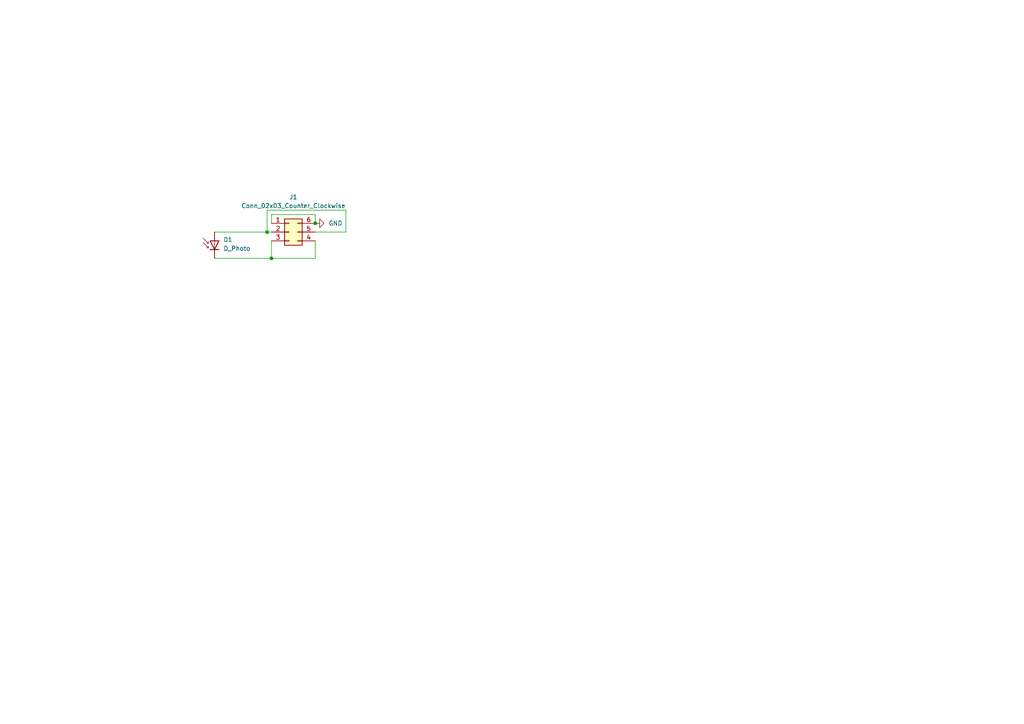
<source format=kicad_sch>
(kicad_sch (version 20230121) (generator eeschema)

  (uuid 4c8677fa-e18a-4aff-82a4-83e0de866429)

  (paper "A4")

  (lib_symbols
    (symbol "Connector_Generic:Conn_02x03_Counter_Clockwise" (pin_names (offset 1.016) hide) (in_bom yes) (on_board yes)
      (property "Reference" "J" (at 1.27 5.08 0)
        (effects (font (size 1.27 1.27)))
      )
      (property "Value" "Conn_02x03_Counter_Clockwise" (at 1.27 -5.08 0)
        (effects (font (size 1.27 1.27)))
      )
      (property "Footprint" "" (at 0 0 0)
        (effects (font (size 1.27 1.27)) hide)
      )
      (property "Datasheet" "~" (at 0 0 0)
        (effects (font (size 1.27 1.27)) hide)
      )
      (property "ki_keywords" "connector" (at 0 0 0)
        (effects (font (size 1.27 1.27)) hide)
      )
      (property "ki_description" "Generic connector, double row, 02x03, counter clockwise pin numbering scheme (similar to DIP package numbering), script generated (kicad-library-utils/schlib/autogen/connector/)" (at 0 0 0)
        (effects (font (size 1.27 1.27)) hide)
      )
      (property "ki_fp_filters" "Connector*:*_2x??_*" (at 0 0 0)
        (effects (font (size 1.27 1.27)) hide)
      )
      (symbol "Conn_02x03_Counter_Clockwise_1_1"
        (rectangle (start -1.27 -2.413) (end 0 -2.667)
          (stroke (width 0.1524) (type default))
          (fill (type none))
        )
        (rectangle (start -1.27 0.127) (end 0 -0.127)
          (stroke (width 0.1524) (type default))
          (fill (type none))
        )
        (rectangle (start -1.27 2.667) (end 0 2.413)
          (stroke (width 0.1524) (type default))
          (fill (type none))
        )
        (rectangle (start -1.27 3.81) (end 3.81 -3.81)
          (stroke (width 0.254) (type default))
          (fill (type background))
        )
        (rectangle (start 3.81 -2.413) (end 2.54 -2.667)
          (stroke (width 0.1524) (type default))
          (fill (type none))
        )
        (rectangle (start 3.81 0.127) (end 2.54 -0.127)
          (stroke (width 0.1524) (type default))
          (fill (type none))
        )
        (rectangle (start 3.81 2.667) (end 2.54 2.413)
          (stroke (width 0.1524) (type default))
          (fill (type none))
        )
        (pin passive line (at -5.08 2.54 0) (length 3.81)
          (name "Pin_1" (effects (font (size 1.27 1.27))))
          (number "1" (effects (font (size 1.27 1.27))))
        )
        (pin passive line (at -5.08 0 0) (length 3.81)
          (name "Pin_2" (effects (font (size 1.27 1.27))))
          (number "2" (effects (font (size 1.27 1.27))))
        )
        (pin passive line (at -5.08 -2.54 0) (length 3.81)
          (name "Pin_3" (effects (font (size 1.27 1.27))))
          (number "3" (effects (font (size 1.27 1.27))))
        )
        (pin passive line (at 7.62 -2.54 180) (length 3.81)
          (name "Pin_4" (effects (font (size 1.27 1.27))))
          (number "4" (effects (font (size 1.27 1.27))))
        )
        (pin passive line (at 7.62 0 180) (length 3.81)
          (name "Pin_5" (effects (font (size 1.27 1.27))))
          (number "5" (effects (font (size 1.27 1.27))))
        )
        (pin passive line (at 7.62 2.54 180) (length 3.81)
          (name "Pin_6" (effects (font (size 1.27 1.27))))
          (number "6" (effects (font (size 1.27 1.27))))
        )
      )
    )
    (symbol "Device:D_Photo" (pin_numbers hide) (pin_names hide) (in_bom yes) (on_board yes)
      (property "Reference" "D" (at 0.508 1.778 0)
        (effects (font (size 1.27 1.27)) (justify left))
      )
      (property "Value" "D_Photo" (at -1.016 -2.794 0)
        (effects (font (size 1.27 1.27)))
      )
      (property "Footprint" "" (at -1.27 0 0)
        (effects (font (size 1.27 1.27)) hide)
      )
      (property "Datasheet" "~" (at -1.27 0 0)
        (effects (font (size 1.27 1.27)) hide)
      )
      (property "ki_keywords" "photodiode diode opto" (at 0 0 0)
        (effects (font (size 1.27 1.27)) hide)
      )
      (property "ki_description" "Photodiode" (at 0 0 0)
        (effects (font (size 1.27 1.27)) hide)
      )
      (symbol "D_Photo_0_1"
        (polyline
          (pts
            (xy -2.54 1.27)
            (xy -2.54 -1.27)
          )
          (stroke (width 0.254) (type default))
          (fill (type none))
        )
        (polyline
          (pts
            (xy -2.032 1.778)
            (xy -1.524 1.778)
          )
          (stroke (width 0) (type default))
          (fill (type none))
        )
        (polyline
          (pts
            (xy 0 0)
            (xy -2.54 0)
          )
          (stroke (width 0) (type default))
          (fill (type none))
        )
        (polyline
          (pts
            (xy -0.508 3.302)
            (xy -2.032 1.778)
            (xy -2.032 2.286)
          )
          (stroke (width 0) (type default))
          (fill (type none))
        )
        (polyline
          (pts
            (xy 0 -1.27)
            (xy 0 1.27)
            (xy -2.54 0)
            (xy 0 -1.27)
          )
          (stroke (width 0.254) (type default))
          (fill (type none))
        )
        (polyline
          (pts
            (xy 0.762 3.302)
            (xy -0.762 1.778)
            (xy -0.762 2.286)
            (xy -0.762 1.778)
            (xy -0.254 1.778)
          )
          (stroke (width 0) (type default))
          (fill (type none))
        )
      )
      (symbol "D_Photo_1_1"
        (pin passive line (at -5.08 0 0) (length 2.54)
          (name "K" (effects (font (size 1.27 1.27))))
          (number "1" (effects (font (size 1.27 1.27))))
        )
        (pin passive line (at 2.54 0 180) (length 2.54)
          (name "A" (effects (font (size 1.27 1.27))))
          (number "2" (effects (font (size 1.27 1.27))))
        )
      )
    )
    (symbol "power:GND" (power) (pin_names (offset 0)) (in_bom yes) (on_board yes)
      (property "Reference" "#PWR" (at 0 -6.35 0)
        (effects (font (size 1.27 1.27)) hide)
      )
      (property "Value" "GND" (at 0 -3.81 0)
        (effects (font (size 1.27 1.27)))
      )
      (property "Footprint" "" (at 0 0 0)
        (effects (font (size 1.27 1.27)) hide)
      )
      (property "Datasheet" "" (at 0 0 0)
        (effects (font (size 1.27 1.27)) hide)
      )
      (property "ki_keywords" "global power" (at 0 0 0)
        (effects (font (size 1.27 1.27)) hide)
      )
      (property "ki_description" "Power symbol creates a global label with name \"GND\" , ground" (at 0 0 0)
        (effects (font (size 1.27 1.27)) hide)
      )
      (symbol "GND_0_1"
        (polyline
          (pts
            (xy 0 0)
            (xy 0 -1.27)
            (xy 1.27 -1.27)
            (xy 0 -2.54)
            (xy -1.27 -1.27)
            (xy 0 -1.27)
          )
          (stroke (width 0) (type default))
          (fill (type none))
        )
      )
      (symbol "GND_1_1"
        (pin power_in line (at 0 0 270) (length 0) hide
          (name "GND" (effects (font (size 1.27 1.27))))
          (number "1" (effects (font (size 1.27 1.27))))
        )
      )
    )
  )

  (junction (at 78.74 74.93) (diameter 0) (color 0 0 0 0)
    (uuid 42712f25-615d-4da0-9177-febd602b44a7)
  )
  (junction (at 77.47 67.31) (diameter 0) (color 0 0 0 0)
    (uuid c1a011f3-b0dd-4a81-824d-ea4ebd8bf075)
  )
  (junction (at 91.44 64.77) (diameter 0) (color 0 0 0 0)
    (uuid e87c9e30-dbeb-4473-9d9d-08f87ad5c81d)
  )

  (wire (pts (xy 78.74 64.77) (xy 78.74 62.23))
    (stroke (width 0) (type default))
    (uuid 0df8934b-b632-4d8d-8003-41070c222af7)
  )
  (wire (pts (xy 62.23 74.93) (xy 78.74 74.93))
    (stroke (width 0) (type default))
    (uuid 102e3d6e-662c-4636-8f04-e3570754f24a)
  )
  (wire (pts (xy 77.47 67.31) (xy 78.74 67.31))
    (stroke (width 0) (type default))
    (uuid 136a82b7-2589-4155-b685-7c7915fd2026)
  )
  (wire (pts (xy 91.44 69.85) (xy 91.44 74.93))
    (stroke (width 0) (type default))
    (uuid 138ecd7f-b8e7-4ad8-99c9-d92cace1d5e9)
  )
  (wire (pts (xy 78.74 62.23) (xy 91.44 62.23))
    (stroke (width 0) (type default))
    (uuid 3b129b88-d5e4-4b19-961b-f66bfc9bbc6a)
  )
  (wire (pts (xy 78.74 74.93) (xy 78.74 69.85))
    (stroke (width 0) (type default))
    (uuid 74b4a050-e43e-4329-ab20-a96eb862580a)
  )
  (wire (pts (xy 91.44 62.23) (xy 91.44 64.77))
    (stroke (width 0) (type default))
    (uuid 81b94693-89a0-4189-9039-ecee37b1cbb5)
  )
  (wire (pts (xy 91.44 67.31) (xy 100.33 67.31))
    (stroke (width 0) (type default))
    (uuid 9a2f9a44-9b2f-49a0-8878-44307a2f165c)
  )
  (wire (pts (xy 91.44 74.93) (xy 78.74 74.93))
    (stroke (width 0) (type default))
    (uuid 9cc5eff8-0e50-4d79-9ee1-a9fbe73166d3)
  )
  (wire (pts (xy 62.23 67.31) (xy 77.47 67.31))
    (stroke (width 0) (type default))
    (uuid b103b575-60f5-40bc-b8dc-98c39e762031)
  )
  (wire (pts (xy 77.47 60.96) (xy 77.47 67.31))
    (stroke (width 0) (type default))
    (uuid ea5bd020-d5e1-4a13-80a3-506c6c8aa79b)
  )
  (wire (pts (xy 100.33 67.31) (xy 100.33 60.96))
    (stroke (width 0) (type default))
    (uuid eb730800-d4fe-476f-b2fe-5fe5b2405ab7)
  )
  (wire (pts (xy 100.33 60.96) (xy 77.47 60.96))
    (stroke (width 0) (type default))
    (uuid ec43f8dd-97af-4780-b624-822da21de551)
  )

  (symbol (lib_id "power:GND") (at 91.44 64.77 90) (unit 1)
    (in_bom yes) (on_board yes) (dnp no) (fields_autoplaced)
    (uuid 557c830e-e150-4846-85c4-eac68331b533)
    (property "Reference" "#PWR01" (at 97.79 64.77 0)
      (effects (font (size 1.27 1.27)) hide)
    )
    (property "Value" "GND" (at 95.25 64.77 90)
      (effects (font (size 1.27 1.27)) (justify right))
    )
    (property "Footprint" "" (at 91.44 64.77 0)
      (effects (font (size 1.27 1.27)) hide)
    )
    (property "Datasheet" "" (at 91.44 64.77 0)
      (effects (font (size 1.27 1.27)) hide)
    )
    (pin "1" (uuid 76556ee9-4302-4b09-ad1e-e8b3ff75d8db))
    (instances
      (project "colorimeter-photodiode"
        (path "/4c8677fa-e18a-4aff-82a4-83e0de866429"
          (reference "#PWR01") (unit 1)
        )
      )
    )
  )

  (symbol (lib_id "Device:D_Photo") (at 62.23 69.85 90) (unit 1)
    (in_bom yes) (on_board yes) (dnp no) (fields_autoplaced)
    (uuid 682b9a67-1c28-4f85-a0d2-0baf526831cc)
    (property "Reference" "D1" (at 64.77 69.5325 90)
      (effects (font (size 1.27 1.27)) (justify right))
    )
    (property "Value" "D_Photo" (at 64.77 72.0725 90)
      (effects (font (size 1.27 1.27)) (justify right))
    )
    (property "Footprint" "LED_THT:LED_D3.0mm_Clear" (at 62.23 71.12 0)
      (effects (font (size 1.27 1.27)) hide)
    )
    (property "Datasheet" "~" (at 62.23 71.12 0)
      (effects (font (size 1.27 1.27)) hide)
    )
    (pin "1" (uuid e5970e41-2976-4695-ad71-56f9c651d664))
    (pin "2" (uuid 3fc3239f-4c38-4702-bd02-3612308be541))
    (instances
      (project "colorimeter-photodiode"
        (path "/4c8677fa-e18a-4aff-82a4-83e0de866429"
          (reference "D1") (unit 1)
        )
      )
    )
  )

  (symbol (lib_id "Connector_Generic:Conn_02x03_Counter_Clockwise") (at 83.82 67.31 0) (unit 1)
    (in_bom yes) (on_board yes) (dnp no)
    (uuid db0f6178-0efd-489a-b5e0-62fd6122a30c)
    (property "Reference" "J1" (at 85.09 57.15 0)
      (effects (font (size 1.27 1.27)))
    )
    (property "Value" "Conn_02x03_Counter_Clockwise" (at 85.09 59.69 0)
      (effects (font (size 1.27 1.27)))
    )
    (property "Footprint" "Connector_PinSocket_2.54mm:PinSocket_2x03_P2.54mm_Horizontal" (at 83.82 67.31 0)
      (effects (font (size 1.27 1.27)) hide)
    )
    (property "Datasheet" "~" (at 83.82 67.31 0)
      (effects (font (size 1.27 1.27)) hide)
    )
    (pin "1" (uuid 090c2980-6ccf-48d0-8151-7578d6e4b79e))
    (pin "2" (uuid 357f6fee-42c6-4370-83ee-580087046e00))
    (pin "3" (uuid 46959aa3-7d66-4809-af89-420447232743))
    (pin "4" (uuid 64474e8d-2296-4362-b917-55a52a8d65b6))
    (pin "5" (uuid 3a3b5ecf-1e68-4aa6-8316-b79213e48e87))
    (pin "6" (uuid 2620b530-1d40-40ce-ba82-de722737ce54))
    (instances
      (project "colorimeter-photodiode"
        (path "/4c8677fa-e18a-4aff-82a4-83e0de866429"
          (reference "J1") (unit 1)
        )
      )
    )
  )

  (sheet_instances
    (path "/" (page "1"))
  )
)

</source>
